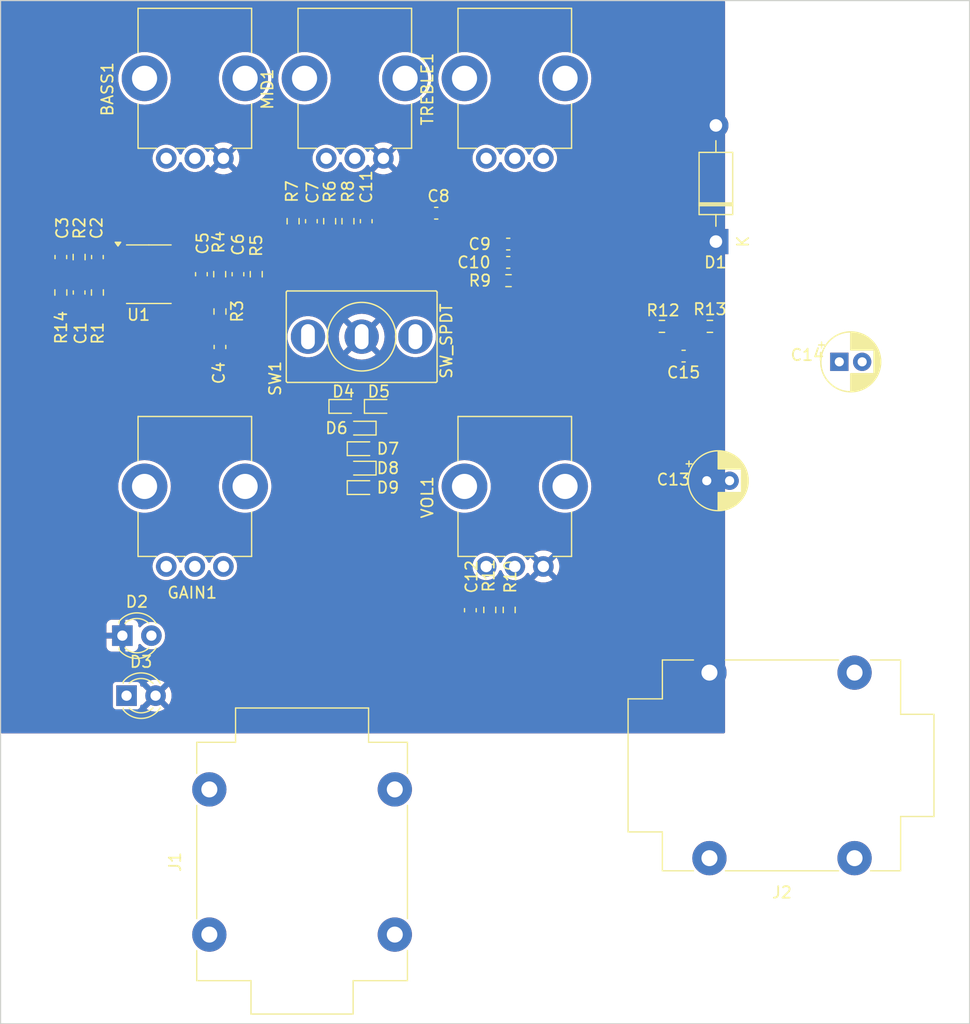
<source format=kicad_pcb>
(kicad_pcb (version 20240108) (generator "pcbnew") (generator_version "8.0")
  (layers (0 "F.Cu" signal) (31 "B.Cu" signal) (34 "B.Paste" user) (35 "F.Paste" user) (36 "B.SilkS" user "B.Silkscreen") (37 "F.SilkS" user "F.Silkscreen") (38 "B.Mask" user) (39 "F.Mask" user) (44 "Edge.Cuts" user))
  (net 0 "")
  (net 1 "Net-(BASS1-Pad2)")
  (net 2 "Net-(BASS1-Pad3)")
  (net 3 "Net-(C4-Pad2)")
  (net 4 "/OP2Out")
  (net 5 "VCC")
  (net 6 "/IN")
  (net 7 "Net-(C3-Pad2)")
  (net 8 "Net-(C10-Pad1)")
  (net 9 "Net-(C4-Pad1)")
  (net 10 "GND")
  (net 11 "Net-(C6-Pad2)")
  (net 12 "Net-(C7-Pad2)")
  (net 13 "Net-(C8-Pad1)")
  (net 14 "Net-(C10-Pad2)")
  (net 15 "VDD")
  (net 16 "/OUT")
  (net 17 "Net-(MID1-Pad3)")
  (net 18 "Net-(R10-Pad2)")
  (net 19 "Net-(TREBLE1-Pad2)")
  (net 20 "/OP1+")
  (net 21 "/OP1Out")
  (net 22 "/OP1-")
  (net 23 "/OP2-")
  (net 24 "Net-(D1-K)")
  (net 25 "/DIST")
  (net 26 "Net-(D4-K)")
  (net 27 "Net-(D6-K)")
  (net 28 "Net-(D7-K)")
  (net 29 "Net-(D8-K)")
  (footprint "Diode_SMD:D_SOD-523" (layer "F.Cu") (at 45 50.5)
    (property "Reference" "D4" (at 0 -1.3 0) (layer "F.SilkS"))
    (property "Value" "1N914WT")
    (pad "1" smd roundrect (at -0.7 0 180) (size 0.6 0.7) (layers "F.Cu" "F.Paste" "F.Mask") (net 26 "Net-(D4-K)"))
    (pad "2" smd roundrect (at 0.7 0 180) (size 0.6 0.7) (layers "F.Cu" "F.Paste" "F.Mask") (net 25 "/DIST"))
  )
  (footprint "Resistor_SMD:R_0603_1608Metric" (layer "F.Cu") (at 40.6 34.3 90)
    (property "Reference" "R7" (at 2.6 -0.1 270) (layer "F.SilkS"))
    (property "Value" "680")
    (pad "1" smd roundrect (at -0.825 0 90) (size 0.8 0.95) (layers "F.Cu" "F.Paste" "F.Mask") (net 1 "Net-(BASS1-Pad2)"))
    (pad "2" smd roundrect (at 0.825 0 90) (size 0.8 0.95) (layers "F.Cu" "F.Paste" "F.Mask") (net 10 "GND"))
  )
  (footprint "Diode_THT:D_DO-41_SOD81_P10.16mm_Horizontal" (layer "F.Cu") (at 77.599988 36.08 90)
    (property "Reference" "D1" (at -1.82 -0.044888 0) (layer "F.SilkS"))
    (property "Value" "1N5817")
    (fp_text user "K" (at 0 2.375 -90) (layer "F.SilkS"))
    (pad "1" thru_hole rect (at 0 0 90) (size 2.2 2.2) (drill 1.1) (layers "*.Cu" "*.Mask") (net 24 "Net-(D1-K)"))
    (pad "2" thru_hole oval (at 10.16 0 90) (size 2.2 2.2) (drill 1.1) (layers "*.Cu" "*.Mask") (net 5 "VCC"))
  )
  (footprint "Capacitor_SMD:C_0603_1608Metric" (layer "F.Cu") (at 59.425 37.9 180)
    (property "Reference" "C10" (at 3 0 180) (layer "F.SilkS"))
    (property "Value" "10n")
    (pad "1" smd roundrect (at -0.775 0 180) (size 0.9 0.95) (layers "F.Cu" "F.Paste" "F.Mask") (net 8 "Net-(C10-Pad1)"))
    (pad "2" smd roundrect (at 0.775 0 180) (size 0.9 0.95) (layers "F.Cu" "F.Paste" "F.Mask") (net 14 "Net-(C10-Pad2)"))
  )
  (footprint "Potentiometer_THT:Potentiometer_Bourns_PTV09A-1_Single_Vertical" (layer "F.Cu") (at 48.5 28.8 90)
    (property "Reference" "MID1" (at 6.05 -10.15 -90) (layer "F.SilkS"))
    (property "Value" "A10k")
    (pad "" np_thru_hole circle (at 7 -6.9 90) (size 4 4) (drill 2.2) (layers "F&B.Cu" "*.Mask"))
    (pad "" np_thru_hole circle (at 7 1.9 90) (size 4 4) (drill 2.2) (layers "F&B.Cu" "*.Mask"))
    (pad "1" thru_hole circle (at 0 0 90) (size 1.8 1.8) (drill 1) (layers "*.Cu" "*.Mask") (net 10 "GND"))
    (pad "2" thru_hole circle (at 0 -2.5 90) (size 1.8 1.8) (drill 1) (layers "*.Cu" "*.Mask") (net 13 "Net-(C8-Pad1)"))
    (pad "3" thru_hole circle (at 0 -5 90) (size 1.8 1.8) (drill 1) (layers "*.Cu" "*.Mask") (net 17 "Net-(MID1-Pad3)"))
  )
  (footprint "Capacitor_SMD:C_0603_1608Metric" (layer "F.Cu") (at 20.275 37.435 90)
    (property "Reference" "C3" (at 2.535 0.125 270) (layer "F.SilkS") (effects (font (thickness 0.15) (bold yes))))
    (property "Value" "100n")
    (pad "1" smd roundrect (at -0.775 0 90) (size 0.9 0.95) (layers "F.Cu" "F.Paste" "F.Mask") (net 10 "GND"))
    (pad "2" smd roundrect (at 0.775 0 90) (size 0.9 0.95) (layers "F.Cu" "F.Paste" "F.Mask") (net 7 "Net-(C3-Pad2)"))
  )
  (footprint "Capacitor_SMD:C_0603_1608Metric" (layer "F.Cu") (at 53.125 33.6 180)
    (property "Reference" "C8" (at -0.2 1.5 180) (layer "F.SilkS"))
    (property "Value" "220n")
    (pad "1" smd roundrect (at -0.775 0 180) (size 0.9 0.95) (layers "F.Cu" "F.Paste" "F.Mask") (net 13 "Net-(C8-Pad1)"))
    (pad "2" smd roundrect (at 0.775 0 180) (size 0.9 0.95) (layers "F.Cu" "F.Paste" "F.Mask") (net 12 "Net-(C7-Pad2)"))
  )
  (footprint "Potentiometer_THT:Potentiometer_Bourns_PTV09A-1_Single_Vertical" (layer "F.Cu") (at 34.5 64.5 90)
    (property "Reference" "GAIN1" (at -2.2925 -2.730112 0) (layer "F.SilkS"))
    (property "Value" "B100k")
    (pad "" np_thru_hole circle (at 7 -6.9 90) (size 4 4) (drill 2.2) (layers "F&B.Cu" "*.Mask"))
    (pad "" np_thru_hole circle (at 7 1.9 90) (size 4 4) (drill 2.2) (layers "F&B.Cu" "*.Mask"))
    (pad "1" thru_hole circle (at 0 0 90) (size 1.8 1.8) (drill 1) (layers "*.Cu" "*.Mask") (net 22 "/OP1-"))
    (pad "2" thru_hole circle (at 0 -2.5 90) (size 1.8 1.8) (drill 1) (layers "*.Cu" "*.Mask") (net 21 "/OP1Out"))
    (pad "3" thru_hole circle (at 0 -5 90) (size 1.8 1.8) (drill 1) (layers "*.Cu" "*.Mask") (net 3 "Net-(C4-Pad2)"))
  )
  (footprint "Capacitor_SMD:C_0603_1608Metric" (layer "F.Cu") (at 42.2 34.3 90)
    (property "Reference" "C7" (at 2.5 0.1 270) (layer "F.SilkS"))
    (property "Value" "100n")
    (pad "1" smd roundrect (at -0.775 0 90) (size 0.9 0.95) (layers "F.Cu" "F.Paste" "F.Mask") (net 1 "Net-(BASS1-Pad2)"))
    (pad "2" smd roundrect (at 0.775 0 90) (size 0.9 0.95) (layers "F.Cu" "F.Paste" "F.Mask") (net 12 "Net-(C7-Pad2)"))
  )
  (footprint "LED_THT:LED_D3.0mm" (layer "F.Cu") (at 25.66 70.55)
    (property "Reference" "D2" (at 1.27 -2.96 0) (layer "F.SilkS"))
    (property "Value" "LED_3mm")
    (pad "1" thru_hole rect (at 0 0) (size 1.8 1.8) (drill 0.9) (layers "*.Cu" "*.Mask") (net 10 "GND"))
    (pad "2" thru_hole circle (at 2.54 0) (size 1.8 1.8) (drill 0.9) (layers "*.Cu" "*.Mask") (net 25 "/DIST"))
  )
  (footprint "Capacitor_SMD:C_0603_1608Metric" (layer "F.Cu") (at 74.775 46.1 180)
    (property "Reference" "C15" (at 0 -1.43 180) (layer "F.SilkS"))
    (property "Value" "100n")
    (pad "1" smd roundrect (at -0.775 0 180) (size 0.9 0.95) (layers "F.Cu" "F.Paste" "F.Mask") (net 10 "GND"))
    (pad "2" smd roundrect (at 0.775 0 180) (size 0.9 0.95) (layers "F.Cu" "F.Paste" "F.Mask") (net 24 "Net-(D1-K)"))
  )
  (footprint "Resistor_SMD:R_0603_1608Metric" (layer "F.Cu") (at 37.375 38.935 -90)
    (property "Reference" "R5" (at -2.5 0 90) (layer "F.SilkS"))
    (property "Value" "1k")
    (pad "1" smd roundrect (at -0.825 0 270) (size 0.8 0.95) (layers "F.Cu" "F.Paste" "F.Mask") (net 25 "/DIST"))
    (pad "2" smd roundrect (at 0.825 0 270) (size 0.8 0.95) (layers "F.Cu" "F.Paste" "F.Mask") (net 11 "Net-(C6-Pad2)"))
  )
  (footprint "Capacitor_THT:CP_Radial_D5.0mm_P2.00mm" (layer "F.Cu") (at 88.4 46.6)
    (property "Reference" "C14" (at -2.8 -0.6 180) (layer "F.SilkS") (effects (font (thickness 0.15) (bold yes))))
    (property "Value" "10u")
    (pad "1" thru_hole rect (at 0 0) (size 1.6 1.6) (drill 0.8) (layers "*.Cu" "*.Mask") (net 15 "VDD"))
    (pad "2" thru_hole circle (at 2 0) (size 1.6 1.6) (drill 0.8) (layers "*.Cu" "*.Mask") (net 10 "GND"))
  )
  (footprint "Potentiometer_THT:Potentiometer_Bourns_PTV09A-1_Single_Vertical" (layer "F.Cu") (at 34.5 28.8 90)
    (property "Reference" "BASS1" (at 6.05 -10.15 -90) (layer "F.SilkS"))
    (property "Value" "A10k")
    (pad "" np_thru_hole circle (at 7 -6.9 90) (size 4 4) (drill 2.2) (layers "F&B.Cu" "*.Mask"))
    (pad "" np_thru_hole circle (at 7 1.9 90) (size 4 4) (drill 2.2) (layers "F&B.Cu" "*.Mask"))
    (pad "1" thru_hole circle (at 0 0 90) (size 1.8 1.8) (drill 1) (layers "*.Cu" "*.Mask") (net 10 "GND"))
    (pad "2" thru_hole circle (at 0 -2.5 90) (size 1.8 1.8) (drill 1) (layers "*.Cu" "*.Mask") (net 1 "Net-(BASS1-Pad2)"))
    (pad "3" thru_hole circle (at 0 -5 90) (size 1.8 1.8) (drill 1) (layers "*.Cu" "*.Mask") (net 2 "Net-(BASS1-Pad3)"))
  )
  (footprint "Resistor_SMD:R_0603_1608Metric" (layer "F.Cu") (at 72.875 43.5 180)
    (property "Reference" "R12" (at -0.1 1.4 180) (layer "F.SilkS"))
    (property "Value" "47k")
    (pad "1" smd roundrect (at -0.825 0 180) (size 0.8 0.95) (layers "F.Cu" "F.Paste" "F.Mask") (net 15 "VDD"))
    (pad "2" smd roundrect (at 0.825 0 180) (size 0.8 0.95) (layers "F.Cu" "F.Paste" "F.Mask") (net 24 "Net-(D1-K)"))
  )
  (footprint "LED_THT:LED_D3.0mm" (layer "F.Cu") (at 26.025 75.8)
    (property "Reference" "D3" (at 1.27 -2.96 0) (layer "F.SilkS"))
    (property "Value" "LED_3mm")
    (pad "1" thru_hole rect (at 0 0) (size 1.8 1.8) (drill 0.9) (layers "*.Cu" "*.Mask") (net 25 "/DIST"))
    (pad "2" thru_hole circle (at 2.54 0) (size 1.8 1.8) (drill 0.9) (layers "*.Cu" "*.Mask") (net 10 "GND"))
  )
  (footprint "Capacitor_SMD:C_0603_1608Metric" (layer "F.Cu") (at 23.475 37.435 90)
    (property "Reference" "C2" (at 2.535 -0.075 270) (layer "F.SilkS") (effects (font (thickness 0.15) (bold yes))))
    (property "Value" "100p")
    (pad "1" smd roundrect (at -0.775 0 90) (size 0.9 0.95) (layers "F.Cu" "F.Paste" "F.Mask") (net 22 "/OP1-"))
    (pad "2" smd roundrect (at 0.775 0 90) (size 0.9 0.95) (layers "F.Cu" "F.Paste" "F.Mask") (net 21 "/OP1Out"))
  )
  (footprint "Resistor_SMD:R_0603_1608Metric" (layer "F.Cu") (at 59.45 39.5 180)
    (property "Reference" "R9" (at 2.5 0 180) (layer "F.SilkS"))
    (property "Value" "100")
    (pad "1" smd roundrect (at -0.825 0 180) (size 0.8 0.95) (layers "F.Cu" "F.Paste" "F.Mask") (net 8 "Net-(C10-Pad1)"))
    (pad "2" smd roundrect (at 0.825 0 180) (size 0.8 0.95) (layers "F.Cu" "F.Paste" "F.Mask") (net 17 "Net-(MID1-Pad3)"))
  )
  (footprint "Connector_Audio:Jack_6.35mm_Neutrik_NMJ4HCD2_Horizontal" (layer "F.Cu") (at 33.27 96.7 90)
    (property "Reference" "J1" (at 6.35 -3 270) (layer "F.SilkS"))
    (property "Value" "6.35mm")
    (pad "S" thru_hole circle (at 12.7 0 90) (size 3 3) (drill 1.4) (layers "*.Cu" "*.Mask") (net 6 "/IN"))
    (pad "SN" thru_hole circle (at 12.7 16.23 90) (size 3 3) (drill 1.4) (layers "*.Cu" "*.Mask"))
    (pad "T" thru_hole circle (at 0 0 90) (size 3 3) (drill 1.4) (layers "*.Cu" "*.Mask") (net 10 "GND"))
    (pad "TN" thru_hole circle (at 0 16.23 90) (size 3 3) (drill 1.4) (layers "*.Cu" "*.Mask"))
  )
  (footprint "Resistor_SMD:R_0603_1608Metric" (layer "F.Cu") (at 23.475 40.535 -90)
    (property "Reference" "R1" (at 3.565 -0.025 90) (layer "F.SilkS"))
    (property "Value" "1M")
    (pad "1" smd roundrect (at -0.825 0 270) (size 0.8 0.95) (layers "F.Cu" "F.Paste" "F.Mask") (net 20 "/OP1+"))
    (pad "2" smd roundrect (at 0.825 0 270) (size 0.8 0.95) (layers "F.Cu" "F.Paste" "F.Mask") (net 15 "VDD"))
  )
  (footprint "PCM_4ms_Switch:Switch_Toggle_SPDT_Mini_SolderLug" (layer "F.Cu") (at 46.6 44.4 90)
    (property "Reference" "SW1" (at -2.032 -6.985 -90) (layer "F.SilkS") (effects (justify right bottom)))
    (property "Value" "SW_SPDT" (at 3 8 90) (layer "F.SilkS") (effects (justify right bottom)))
    (pad "1" thru_hole circle (at 0 -4.7 90) (size 3 3) (drill oval 2.2 1.2) (layers "*.Cu" "*.Mask") (net 26 "Net-(D4-K)"))
    (pad "2" thru_hole circle (at 0 0 90) (size 3 3) (drill oval 2.2 1.2) (layers "*.Cu" "*.Mask") (net 10 "GND"))
    (pad "3" thru_hole circle (at 0 4.7 90) (size 3 3) (drill oval 2.2 1.2) (layers "*.Cu" "*.Mask") (net 28 "Net-(D7-K)"))
  )
  (footprint "Potentiometer_THT:Potentiometer_Bourns_PTV09A-1_Single_Vertical" (layer "F.Cu") (at 62.5 28.8 90)
    (property "Reference" "TREBLE1" (at 6.05 -10.15 -90) (layer "F.SilkS"))
    (property "Value" "B10k")
    (pad "" np_thru_hole circle (at 7 -6.9 90) (size 4 4) (drill 2.2) (layers "F&B.Cu" "*.Mask"))
    (pad "" np_thru_hole circle (at 7 1.9 90) (size 4 4) (drill 2.2) (layers "F&B.Cu" "*.Mask"))
    (pad "1" thru_hole circle (at 0 0 90) (size 1.8 1.8) (drill 1) (layers "*.Cu" "*.Mask") (net 2 "Net-(BASS1-Pad3)"))
    (pad "2" thru_hole circle (at 0 -2.5 90) (size 1.8 1.8) (drill 1) (layers "*.Cu" "*.Mask") (net 19 "Net-(TREBLE1-Pad2)"))
    (pad "3" thru_hole circle (at 0 -5 90) (size 1.8 1.8) (drill 1) (layers "*.Cu" "*.Mask") (net 14 "Net-(C10-Pad2)"))
  )
  (footprint "Capacitor_THT:CP_Radial_D5.0mm_P2.00mm" (layer "F.Cu") (at 76.8 57)
    (property "Reference" "C13" (at -2.925 -0.1 180) (layer "F.SilkS"))
    (property "Value" "100u")
    (pad "1" thru_hole rect (at 0 0) (size 1.6 1.6) (drill 0.8) (layers "*.Cu" "*.Mask") (net 24 "Net-(D1-K)"))
    (pad "2" thru_hole circle (at 2 0) (size 1.6 1.6) (drill 0.8) (layers "*.Cu" "*.Mask") (net 10 "GND"))
  )
  (footprint "Resistor_SMD:R_0603_1608Metric" (layer "F.Cu") (at 59.5125 68.3 90)
    (property "Reference" "R10" (at 2.9 0.1 270) (layer "F.SilkS"))
    (property "Value" "22k")
    (pad "1" smd roundrect (at -0.825 0 90) (size 0.8 0.95) (layers "F.Cu" "F.Paste" "F.Mask") (net 16 "/OUT"))
    (pad "2" smd roundrect (at 0.825 0 90) (size 0.8 0.95) (layers "F.Cu" "F.Paste" "F.Mask") (net 18 "Net-(R10-Pad2)"))
  )
  (footprint "Diode_SMD:D_SOD-523" (layer "F.Cu") (at 46.6 54.2)
    (property "Reference" "D7" (at 2.3 0 0) (layer "F.SilkS"))
    (property "Value" "1N914WT")
    (pad "1" smd roundrect (at -0.7 0 180) (size 0.6 0.7) (layers "F.Cu" "F.Paste" "F.Mask") (net 28 "Net-(D7-K)"))
    (pad "2" smd roundrect (at 0.7 0 180) (size 0.6 0.7) (layers "F.Cu" "F.Paste" "F.Mask") (net 27 "Net-(D6-K)"))
  )
  (footprint "Resistor_SMD:R_0603_1608Metric" (layer "F.Cu") (at 21.875 37.435 90)
    (property "Reference" "R2" (at 2.535 0.025 270) (layer "F.SilkS"))
    (property "Value" "100k")
    (pad "1" smd roundrect (at -0.825 0 90) (size 0.8 0.95) (layers "F.Cu" "F.Paste" "F.Mask") (net 22 "/OP1-"))
    (pad "2" smd roundrect (at 0.825 0 90) (size 0.8 0.95) (layers "F.Cu" "F.Paste" "F.Mask") (net 7 "Net-(C3-Pad2)"))
  )
  (footprint "Resistor_SMD:R_0603_1608Metric" (layer "F.Cu") (at 43.8 34.3 90)
    (property "Reference" "R6" (at 2.6 0 270) (layer "F.SilkS"))
    (property "Value" "1k5")
    (pad "1" smd roundrect (at -0.825 0 90) (size 0.8 0.95) (layers "F.Cu" "F.Paste" "F.Mask") (net 25 "/DIST"))
    (pad "2" smd roundrect (at 0.825 0 90) (size 0.8 0.95) (layers "F.Cu" "F.Paste" "F.Mask") (net 12 "Net-(C7-Pad2)"))
  )
  (footprint "Capacitor_SMD:C_0603_1608Metric" (layer "F.Cu") (at 47 34.3 -90)
    (property "Reference" "C11" (at -3 0 90) (layer "F.SilkS"))
    (property "Value" "68n")
    (pad "1" smd roundrect (at -0.775 0 270) (size 0.9 0.95) (layers "F.Cu" "F.Paste" "F.Mask") (net 10 "GND"))
    (pad "2" smd roundrect (at 0.775 0 270) (size 0.9 0.95) (layers "F.Cu" "F.Paste" "F.Mask") (net 2 "Net-(BASS1-Pad3)"))
  )
  (footprint "Connector_Audio:Jack_6.35mm_Neutrik_NMJ4HCD2_Horizontal" (layer "F.Cu") (at 89.735 90.015 180)
    (property "Reference" "J2" (at 6.35 -3 180) (layer "F.SilkS"))
    (property "Value" "6.35mm")
    (pad "S" thru_hole circle (at 12.7 0 180) (size 3 3) (drill 1.4) (layers "*.Cu" "*.Mask") (net 16 "/OUT"))
    (pad "SN" thru_hole circle (at 12.7 16.23 180) (size 3 3) (drill 1.4) (layers "*.Cu" "*.Mask"))
    (pad "T" thru_hole circle (at 0 0 180) (size 3 3) (drill 1.4) (layers "*.Cu" "*.Mask") (net 10 "GND"))
    (pad "TN" thru_hole circle (at 0 16.23 180) (size 3 3) (drill 1.4) (layers "*.Cu" "*.Mask"))
  )
  (footprint "Diode_SMD:D_SOD-523" (layer "F.Cu") (at 46.6 57.6)
    (property "Reference" "D9" (at 2.3 0 0) (layer "F.SilkS"))
    (property "Value" "1N914WT")
    (pad "1" smd roundrect (at -0.7 0 180) (size 0.6 0.7) (layers "F.Cu" "F.Paste" "F.Mask") (net 25 "/DIST"))
    (pad "2" smd roundrect (at 0.7 0 180) (size 0.6 0.7) (layers "F.Cu" "F.Paste" "F.Mask") (net 29 "Net-(D8-K)"))
  )
  (footprint "Resistor_SMD:R_0603_1608Metric" (layer "F.Cu") (at 77.075 43.5)
    (property "Reference" "R13" (at 0 -1.5 0) (layer "F.SilkS"))
    (property "Value" "47k")
    (pad "1" smd roundrect (at -0.825 0) (size 0.8 0.95) (layers "F.Cu" "F.Paste" "F.Mask") (net 15 "VDD"))
    (pad "2" smd roundrect (at 0.825 0) (size 0.8 0.95) (layers "F.Cu" "F.Paste" "F.Mask") (net 10 "GND"))
  )
  (footprint "Resistor_SMD:R_0603_1608Metric" (layer "F.Cu") (at 57.8125 68.3 90)
    (property "Reference" "R11" (at 3 -0.1 270) (layer "F.SilkS"))
    (property "Value" "1M")
    (pad "1" smd roundrect (at -0.825 0 90) (size 0.8 0.95) (layers "F.Cu" "F.Paste" "F.Mask") (net 16 "/OUT"))
    (pad "2" smd roundrect (at 0.825 0 90) (size 0.8 0.95) (layers "F.Cu" "F.Paste" "F.Mask") (net 10 "GND"))
  )
  (footprint "Diode_SMD:D_SOD-523" (layer "F.Cu") (at 46.6 52.4 180)
    (property "Reference" "D6" (at 2.2 0 180) (layer "F.SilkS"))
    (property "Value" "1N914WT")
    (pad "1" smd roundrect (at -0.7 0) (size 0.6 0.7) (layers "F.Cu" "F.Paste" "F.Mask") (net 27 "Net-(D6-K)"))
    (pad "2" smd roundrect (at 0.7 0) (size 0.6 0.7) (layers "F.Cu" "F.Paste" "F.Mask") (net 25 "/DIST"))
  )
  (footprint "Resistor_SMD:R_0603_1608Metric" (layer "F.Cu") (at 34.2 42.2 -90)
    (property "Reference" "R3" (at -0.025 -1.5 90) (layer "F.SilkS"))
    (property "Value" "10k")
    (pad "1" smd roundrect (at -0.825 0 270) (size 0.8 0.95) (layers "F.Cu" "F.Paste" "F.Mask") (net 23 "/OP2-"))
    (pad "2" smd roundrect (at 0.825 0 270) (size 0.8 0.95) (layers "F.Cu" "F.Paste" "F.Mask") (net 9 "Net-(C4-Pad1)"))
  )
  (footprint "Capacitor_SMD:C_0603_1608Metric" (layer "F.Cu") (at 34.2 45.3 -90)
    (property "Reference" "C4" (at 2.275 0.1 90) (layer "F.SilkS"))
    (property "Value" "68n")
    (pad "1" smd roundrect (at -0.775 0 270) (size 0.9 0.95) (layers "F.Cu" "F.Paste" "F.Mask") (net 9 "Net-(C4-Pad1)"))
    (pad "2" smd roundrect (at 0.775 0 270) (size 0.9 0.95) (layers "F.Cu" "F.Paste" "F.Mask") (net 3 "Net-(C4-Pad2)"))
  )
  (footprint "Resistor_SMD:R_0603_1608Metric" (layer "F.Cu") (at 45.4 34.3 -90)
    (property "Reference" "R8" (at -2.6 0 90) (layer "F.SilkS"))
    (property "Value" "680")
    (pad "1" smd roundrect (at -0.825 0 270) (size 0.8 0.95) (layers "F.Cu" "F.Paste" "F.Mask") (net 12 "Net-(C7-Pad2)"))
    (pad "2" smd roundrect (at 0.825 0 270) (size 0.8 0.95) (layers "F.Cu" "F.Paste" "F.Mask") (net 2 "Net-(BASS1-Pad3)"))
  )
  (footprint "Diode_SMD:D_SOD-523" (layer "F.Cu") (at 48.1 50.5)
    (property "Reference" "D5" (at 0 -1.3 0) (layer "F.SilkS"))
    (property "Value" "1N914WT")
    (pad "1" smd roundrect (at -0.7 0 180) (size 0.6 0.7) (layers "F.Cu" "F.Paste" "F.Mask") (net 25 "/DIST"))
    (pad "2" smd roundrect (at 0.7 0 180) (size 0.6 0.7) (layers "F.Cu" "F.Paste" "F.Mask") (net 26 "Net-(D4-K)"))
  )
  (footprint "Capacitor_SMD:C_0603_1608Metric" (layer "F.Cu") (at 56.1125 68.325 -90)
    (property "Reference" "C12" (at -2.925 -0.1 90) (layer "F.SilkS") (effects (font (thickness 0.15) (bold yes))))
    (property "Value" "47p")
    (pad "1" smd roundrect (at -0.775 0 270) (size 0.9 0.95) (layers "F.Cu" "F.Paste" "F.Mask") (net 10 "GND"))
    (pad "2" smd roundrect (at 0.775 0 270) (size 0.9 0.95) (layers "F.Cu" "F.Paste" "F.Mask") (net 16 "/OUT"))
  )
  (footprint "Resistor_SMD:R_0603_1608Metric" (layer "F.Cu") (at 34.175 38.935 90)
    (property "Reference" "R4" (at 2.8 -0.1 270) (layer "F.SilkS"))
    (property "Value" "680k")
    (pad "1" smd roundrect (at -0.825 0 90) (size 0.8 0.95) (layers "F.Cu" "F.Paste" "F.Mask") (net 23 "/OP2-"))
    (pad "2" smd roundrect (at 0.825 0 90) (size 0.8 0.95) (layers "F.Cu" "F.Paste" "F.Mask") (net 4 "/OP2Out"))
  )
  (footprint "Resistor_SMD:R_0603_1608Metric" (layer "F.Cu") (at 20.275 40.535 -90)
    (property "Reference" "R14" (at 3.065 -0.025 90) (layer "F.SilkS"))
    (property "Value" "2M")
    (pad "1" smd roundrect (at -0.825 0 270) (size 0.8 0.95) (layers "F.Cu" "F.Paste" "F.Mask") (net 10 "GND"))
    (pad "2" smd roundrect (at 0.825 0 270) (size 0.8 0.95) (layers "F.Cu" "F.Paste" "F.Mask") (net 6 "/IN"))
  )
  (footprint "Capacitor_SMD:C_0603_1608Metric" (layer "F.Cu") (at 21.875 40.535 90)
    (property "Reference" "C1" (at -3.565 0.125 270) (layer "F.SilkS"))
    (property "Value" "10n")
    (pad "1" smd roundrect (at -0.775 0 90) (size 0.9 0.95) (layers "F.Cu" "F.Paste" "F.Mask") (net 6 "/IN"))
    (pad "2" smd roundrect (at 0.775 0 90) (size 0.9 0.95) (layers "F.Cu" "F.Paste" "F.Mask") (net 20 "/OP1+"))
  )
  (footprint "Capacitor_SMD:C_0603_1608Metric" (layer "F.Cu") (at 32.575 38.935 90)
    (property "Reference" "C5" (at 2.7 0.1 270) (layer "F.SilkS"))
    (property "Value" "220p")
    (pad "1" smd roundrect (at -0.775 0 90) (size 0.9 0.95) (layers "F.Cu" "F.Paste" "F.Mask") (net 23 "/OP2-"))
    (pad "2" smd roundrect (at 0.775 0 90) (size 0.9 0.95) (layers "F.Cu" "F.Paste" "F.Mask") (net 4 "/OP2Out"))
  )
  (footprint "Capacitor_SMD:C_0603_1608Metric" (layer "F.Cu") (at 59.425 36.3 180)
    (property "Reference" "C9" (at 2.5 0 180) (layer "F.SilkS"))
    (property "Value" "4n7")
    (pad "1" smd roundrect (at -0.775 0 180) (size 0.9 0.95) (layers "F.Cu" "F.Paste" "F.Mask") (net 25 "/DIST"))
    (pad "2" smd roundrect (at 0.775 0 180) (size 0.9 0.95) (layers "F.Cu" "F.Paste" "F.Mask") (net 14 "Net-(C10-Pad2)"))
  )
  (footprint "Diode_SMD:D_SOD-523" (layer "F.Cu") (at 46.6 55.9 180)
    (property "Reference" "D8" (at -2.3 0 180) (layer "F.SilkS"))
    (property "Value" "1N914WT")
    (pad "1" smd roundrect (at -0.7 0) (size 0.6 0.7) (layers "F.Cu" "F.Paste" "F.Mask") (net 29 "Net-(D8-K)"))
    (pad "2" smd roundrect (at 0.7 0) (size 0.6 0.7) (layers "F.Cu" "F.Paste" "F.Mask") (net 28 "Net-(D7-K)"))
  )
  (footprint "Capacitor_SMD:C_0603_1608Metric" (layer "F.Cu") (at 35.775 38.935 -90)
    (property "Reference" "C6" (at -2.6 0 90) (layer "F.SilkS"))
    (property "Value" "220n")
    (pad "1" smd roundrect (at -0.775 0 270) (size 0.9 0.95) (layers "F.Cu" "F.Paste" "F.Mask") (net 4 "/OP2Out"))
    (pad "2" smd roundrect (at 0.775 0 270) (size 0.9 0.95) (layers "F.Cu" "F.Paste" "F.Mask") (net 11 "Net-(C6-Pad2)"))
  )
  (footprint "Potentiometer_THT:Potentiometer_Bourns_PTV09A-1_Single_Vertical" (layer "F.Cu") (at 62.5 64.5 90)
    (property "Reference" "VOL1" (at 6.05 -10.15 -90) (layer "F.SilkS"))
    (property "Value" "B100k")
    (pad "" np_thru_hole circle (at 7 -6.9 90) (size 4 4) (drill 2.2) (layers "F&B.Cu" "*.Mask"))
    (pad "" np_thru_hole circle (at 7 1.9 90) (size 4 4) (drill 2.2) (layers "F&B.Cu" "*.Mask"))
    (pad "1" thru_hole circle (at 0 0 90) (size 1.8 1.8) (drill 1) (layers "*.Cu" "*.Mask") (net 10 "GND"))
    (pad "2" thru_hole circle (at 0 -2.5 90) (size 1.8 1.8) (drill 1) (layers "*.Cu" "*.Mask") (net 18 "Net-(R10-Pad2)"))
    (pad "3" thru_hole circle (at 0 -5 90) (size 1.8 1.8) (drill 1) (layers "*.Cu" "*.Mask") (net 19 "Net-(TREBLE1-Pad2)"))
  )
  (footprint "Package_SO:SO-8_3.9x4.9mm_P1.27mm" (layer "F.Cu") (at 27.975 38.935)
    (property "Reference" "U1" (at -0.9 3.555 0) (layer "F.SilkS"))
    (property "Value" "TL072")
    (pad "1" smd roundrect (at -2.575 -1.905) (size 1.75 0.6) (layers "F.Cu" "F.Paste" "F.Mask") (net 21 "/OP1Out"))
    (pad "2" smd roundrect (at -2.575 -0.635) (size 1.75 0.6) (layers "F.Cu" "F.Paste" "F.Mask") (net 22 "/OP1-"))
    (pad "3" smd roundrect (at -2.575 0.635) (size 1.75 0.6) (layers "F.Cu" "F.Paste" "F.Mask") (net 20 "/OP1+"))
    (pad "4" smd roundrect (at -2.575 1.905) (size 1.75 0.6) (layers "F.Cu" "F.Paste" "F.Mask") (net 10 "GND"))
    (pad "5" smd roundrect (at 2.575 1.905) (size 1.75 0.6) (layers "F.Cu" "F.Paste" "F.Mask") (net 15 "VDD"))
    (pad "6" smd roundrect (at 2.575 0.635) (size 1.75 0.6) (layers "F.Cu" "F.Paste" "F.Mask") (net 23 "/OP2-"))
    (pad "7" smd roundrect (at 2.575 -0.635) (size 1.75 0.6) (layers "F.Cu" "F.Paste" "F.Mask") (net 4 "/OP2Out"))
    (pad "8" smd roundrect (at 2.575 -1.905) (size 1.75 0.6) (layers "F.Cu" "F.Paste" "F.Mask") (net 5 "VCC"))
  )
  (gr_rect (start 15 15) (end 99.8 104.5) (stroke (width 0.1)) (fill none) (layer "Edge.Cuts"))
  (segment (start 35.725 38.11) (end 35.775 38.16) (width 0.25) (layer "F.Cu") (net 4))
  (segment (start 32.575 38.16) (end 34.125 38.16) (width 0.25) (layer "F.Cu") (net 4))
  (segment (start 34.175 38.11) (end 35.725 38.11) (width 0.25) (layer "F.Cu") (net 4))
  (segment (start 32.435 38.3) (end 32.575 38.16) (width 0.25) (layer "F.Cu") (net 4))
  (segment (start 34.125 38.16) (end 34.175 38.11) (width 0.25) (layer "F.Cu") (net 4))
  (segment (start 30.55 38.3) (end 32.435 38.3) (width 0.25) (layer "F.Cu") (net 4))
  (segment (start 20.275 41.36) (end 21.825 41.36) (width 0.25) (layer "F.Cu") (net 6))
  (segment (start 21.825 41.36) (end 21.875 41.31) (width 0.25) (layer "F.Cu") (net 6))
  (segment (start 21.875 36.61) (end 20.325 36.61) (width 0.25) (layer "F.Cu") (net 7))
  (segment (start 20.325 36.61) (end 20.275 36.66) (width 0.25) (layer "F.Cu") (net 7))
  (segment (start 35.775 39.71) (end 37.325 39.71) (width 0.25) (layer "F.Cu") (net 11))
  (segment (start 37.325 39.71) (end 37.375 39.76) (width 0.25) (layer "F.Cu") (net 11))
  (segment (start 56.1125 69.1) (end 59.4875 69.1) (width 0.25) (layer "F.Cu") (net 16))
  (segment (start 59.4875 69.1) (end 59.5125 69.125) (width 0.25) (layer "F.Cu") (net 16))
  (segment (start 21.875 39.76) (end 23.425 39.76) (width 0.2) (layer "F.Cu") (net 20))
  (segment (start 25.26 39.71) (end 25.4 39.57) (width 0.2) (layer "F.Cu") (net 20))
  (segment (start 23.425 39.76) (end 23.475 39.71) (width 0.2) (layer "F.Cu") (net 20))
  (segment (start 23.475 39.71) (end 25.26 39.71) (width 0.2) (layer "F.Cu") (net 20))
  (segment (start 23.845 37.03) (end 23.475 36.66) (width 0.25) (layer "F.Cu") (net 21))
  (segment (start 25.4 37.03) (end 23.845 37.03) (width 0.25) (layer "F.Cu") (net 21))
  (segment (start 23.475 38.21) (end 25.31 38.21) (width 0.2) (layer "F.Cu") (net 22))
  (segment (start 23.425 38.26) (end 23.475 38.21) (width 0.2) (layer "F.Cu") (net 22))
  (segment (start 21.875 38.26) (end 23.425 38.26) (width 0.2) (layer "F.Cu") (net 22))
  (segment (start 25.31 38.21) (end 25.4 38.3) (width 0.2) (layer "F.Cu") (net 22))
  (segment (start 34.175 39.76) (end 32.625 39.76) (width 0.25) (layer "F.Cu") (net 23))
  (segment (start 32.435 39.57) (end 32.575 39.71) (width 0.25) (layer "F.Cu") (net 23))
  (segment (start 32.625 39.76) (end 32.575 39.71) (width 0.25) (layer "F.Cu") (net 23))
  (segment (start 30.55 39.57) (end 32.435 39.57) (width 0.25) (layer "F.Cu") (net 23))
  (segment (start 47.4 50.5) (end 45.7 50.5) (width 0.25) (layer "F.Cu") (net 25))
  (segment (start 45.7 52.2) (end 45.9 52.4) (width 0.25) (layer "F.Cu") (net 25))
  (segment (start 45.7 50.5) (end 45.7 52.2) (width 0.25) (layer "F.Cu") (net 25))
  (segment (start 47.3 52.4) (end 47.3 54.2) (width 0.25) (layer "F.Cu") (net 27))
  (segment (start 45.9 54.2) (end 45.9 55.9) (width 0.25) (layer "F.Cu") (net 28))
  (segment (start 47.3 55.9) (end 47.3 57.6) (width 0.25) (layer "F.Cu") (net 29))
  (zone (net 10) (net_name "GND") (layers "F&B.Cu") (priority 1) (connect_pads (clearance 0.3)) (min_thickness 0.25) (fill yes (thermal_gap 0.5) (thermal_bridge_width 0.5))
    (polygon (pts (xy 15 15) (xy 78.4 15) (xy 78.4 79.1) (xy 15 79.1)))
  )
)
</source>
